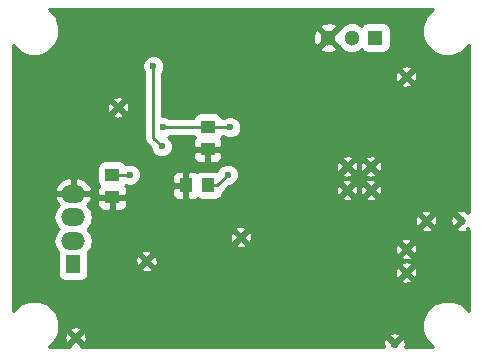
<source format=gbr>
G04 #@! TF.FileFunction,Copper,L2,Bot,Signal*
%FSLAX46Y46*%
G04 Gerber Fmt 4.6, Leading zero omitted, Abs format (unit mm)*
G04 Created by KiCad (PCBNEW 4.0.3-stable) date 12/05/16 18:01:04*
%MOMM*%
%LPD*%
G01*
G04 APERTURE LIST*
%ADD10C,0.100000*%
%ADD11C,0.600000*%
%ADD12R,1.140000X1.200000*%
%ADD13R,1.200000X1.140000*%
%ADD14R,1.300000X1.500000*%
%ADD15O,2.000000X1.500000*%
%ADD16R,1.300000X1.300000*%
%ADD17C,1.300000*%
%ADD18C,0.254000*%
G04 APERTURE END LIST*
D10*
D11*
X150000000Y-85000000D03*
X163000000Y-94000000D03*
X136000000Y-93500000D03*
X139600000Y-74000000D03*
X142000000Y-87000000D03*
X161000000Y-81000000D03*
X159000000Y-81000000D03*
X164000000Y-86000000D03*
X164000000Y-88000000D03*
X161000000Y-79000000D03*
X159000000Y-79000000D03*
X164000000Y-71400000D03*
X165700000Y-83600000D03*
X168700000Y-83600000D03*
D12*
X145350000Y-80600000D03*
X147250000Y-80600000D03*
D13*
X147200000Y-77550000D03*
X147200000Y-75650000D03*
X139100000Y-81600000D03*
X139100000Y-79700000D03*
D14*
X135800000Y-87300000D03*
D15*
X135800000Y-85300000D03*
X135800000Y-83300000D03*
X135800000Y-81300000D03*
D16*
X161400000Y-68100000D03*
D17*
X159400000Y-68100000D03*
X157400000Y-68100000D03*
D11*
X149000000Y-77300000D03*
X148400000Y-86300000D03*
X145000000Y-72300000D03*
X132400000Y-77800000D03*
X143700000Y-78800000D03*
X140600000Y-79700000D03*
X148900000Y-79700000D03*
X149100000Y-75700000D03*
X143400000Y-75700000D03*
X142600000Y-70500000D03*
X143300000Y-77300000D03*
D18*
X139100000Y-79700000D02*
X140600000Y-79700000D01*
X147250000Y-80600000D02*
X148000000Y-80600000D01*
X148000000Y-80600000D02*
X148900000Y-79700000D01*
X149100000Y-75700000D02*
X147250000Y-75700000D01*
X147250000Y-75700000D02*
X147200000Y-75650000D01*
X143400000Y-75700000D02*
X147150000Y-75700000D01*
X147150000Y-75700000D02*
X147200000Y-75650000D01*
X142600000Y-76600000D02*
X142600000Y-70500000D01*
X143300000Y-77300000D02*
X142600000Y-76600000D01*
G36*
X165691091Y-66289041D02*
X165365372Y-67073459D01*
X165364630Y-67922815D01*
X165688980Y-68707800D01*
X166289041Y-69308909D01*
X167073459Y-69634628D01*
X167922815Y-69635370D01*
X168707800Y-69311020D01*
X169290000Y-68729835D01*
X169290000Y-82845324D01*
X169282534Y-82837858D01*
X169164819Y-82955573D01*
X169152607Y-82760975D01*
X168797073Y-82651637D01*
X168426761Y-82686678D01*
X168247393Y-82760975D01*
X168235181Y-82955576D01*
X168700000Y-83420395D01*
X168714143Y-83406253D01*
X168893748Y-83585858D01*
X168879605Y-83600000D01*
X168893748Y-83614143D01*
X168714143Y-83793748D01*
X168700000Y-83779605D01*
X168235181Y-84244424D01*
X168247393Y-84439025D01*
X168602927Y-84548363D01*
X168973239Y-84513322D01*
X169152607Y-84439025D01*
X169164819Y-84244427D01*
X169282534Y-84362142D01*
X169290000Y-84354676D01*
X169290000Y-91271143D01*
X168710959Y-90691091D01*
X167926541Y-90365372D01*
X167077185Y-90364630D01*
X166292200Y-90688980D01*
X165691091Y-91289041D01*
X165365372Y-92073459D01*
X165364630Y-92922815D01*
X165688980Y-93707800D01*
X166270165Y-94290000D01*
X163889032Y-94290000D01*
X163948363Y-94097073D01*
X163913322Y-93726761D01*
X163839025Y-93547393D01*
X163644424Y-93535181D01*
X163179605Y-94000000D01*
X163193748Y-94014143D01*
X163014143Y-94193748D01*
X163000000Y-94179605D01*
X162985858Y-94193748D01*
X162806253Y-94014143D01*
X162820395Y-94000000D01*
X162355576Y-93535181D01*
X162160975Y-93547393D01*
X162051637Y-93902927D01*
X162086678Y-94273239D01*
X162093621Y-94290000D01*
X136455684Y-94290000D01*
X136464819Y-94144424D01*
X136000000Y-93679605D01*
X135535181Y-94144424D01*
X135544316Y-94290000D01*
X133728857Y-94290000D01*
X134308909Y-93710959D01*
X134436815Y-93402927D01*
X135051637Y-93402927D01*
X135086678Y-93773239D01*
X135160975Y-93952607D01*
X135355576Y-93964819D01*
X135820395Y-93500000D01*
X136179605Y-93500000D01*
X136644424Y-93964819D01*
X136839025Y-93952607D01*
X136948363Y-93597073D01*
X136925512Y-93355576D01*
X162535181Y-93355576D01*
X163000000Y-93820395D01*
X163464819Y-93355576D01*
X163452607Y-93160975D01*
X163097073Y-93051637D01*
X162726761Y-93086678D01*
X162547393Y-93160975D01*
X162535181Y-93355576D01*
X136925512Y-93355576D01*
X136913322Y-93226761D01*
X136839025Y-93047393D01*
X136644424Y-93035181D01*
X136179605Y-93500000D01*
X135820395Y-93500000D01*
X135355576Y-93035181D01*
X135160975Y-93047393D01*
X135051637Y-93402927D01*
X134436815Y-93402927D01*
X134634628Y-92926541D01*
X134634689Y-92855576D01*
X135535181Y-92855576D01*
X136000000Y-93320395D01*
X136464819Y-92855576D01*
X136452607Y-92660975D01*
X136097073Y-92551637D01*
X135726761Y-92586678D01*
X135547393Y-92660975D01*
X135535181Y-92855576D01*
X134634689Y-92855576D01*
X134635370Y-92077185D01*
X134311020Y-91292200D01*
X133710959Y-90691091D01*
X132926541Y-90365372D01*
X132077185Y-90364630D01*
X131292200Y-90688980D01*
X130710000Y-91270165D01*
X130710000Y-83300000D01*
X134132968Y-83300000D01*
X134238395Y-83830017D01*
X134538625Y-84279343D01*
X134569540Y-84300000D01*
X134538625Y-84320657D01*
X134238395Y-84769983D01*
X134132968Y-85300000D01*
X134238395Y-85830017D01*
X134538625Y-86279343D01*
X134557689Y-86292081D01*
X134553569Y-86298110D01*
X134502560Y-86550000D01*
X134502560Y-88050000D01*
X134546838Y-88285317D01*
X134685910Y-88501441D01*
X134898110Y-88646431D01*
X135150000Y-88697440D01*
X136450000Y-88697440D01*
X136685317Y-88653162D01*
X136698896Y-88644424D01*
X163535181Y-88644424D01*
X163547393Y-88839025D01*
X163902927Y-88948363D01*
X164273239Y-88913322D01*
X164452607Y-88839025D01*
X164464819Y-88644424D01*
X164000000Y-88179605D01*
X163535181Y-88644424D01*
X136698896Y-88644424D01*
X136901441Y-88514090D01*
X137046431Y-88301890D01*
X137097440Y-88050000D01*
X137097440Y-87644424D01*
X141535181Y-87644424D01*
X141547393Y-87839025D01*
X141902927Y-87948363D01*
X142273239Y-87913322D01*
X142298334Y-87902927D01*
X163051637Y-87902927D01*
X163086678Y-88273239D01*
X163160975Y-88452607D01*
X163355576Y-88464819D01*
X163820395Y-88000000D01*
X164179605Y-88000000D01*
X164644424Y-88464819D01*
X164839025Y-88452607D01*
X164948363Y-88097073D01*
X164913322Y-87726761D01*
X164839025Y-87547393D01*
X164644424Y-87535181D01*
X164179605Y-88000000D01*
X163820395Y-88000000D01*
X163355576Y-87535181D01*
X163160975Y-87547393D01*
X163051637Y-87902927D01*
X142298334Y-87902927D01*
X142452607Y-87839025D01*
X142464819Y-87644424D01*
X142000000Y-87179605D01*
X141535181Y-87644424D01*
X137097440Y-87644424D01*
X137097440Y-86902927D01*
X141051637Y-86902927D01*
X141086678Y-87273239D01*
X141160975Y-87452607D01*
X141355576Y-87464819D01*
X141820395Y-87000000D01*
X142179605Y-87000000D01*
X142644424Y-87464819D01*
X142839025Y-87452607D01*
X142868865Y-87355576D01*
X163535181Y-87355576D01*
X164000000Y-87820395D01*
X164464819Y-87355576D01*
X164452607Y-87160975D01*
X164097073Y-87051637D01*
X163726761Y-87086678D01*
X163547393Y-87160975D01*
X163535181Y-87355576D01*
X142868865Y-87355576D01*
X142948363Y-87097073D01*
X142913322Y-86726761D01*
X142879217Y-86644424D01*
X163535181Y-86644424D01*
X163547393Y-86839025D01*
X163902927Y-86948363D01*
X164273239Y-86913322D01*
X164452607Y-86839025D01*
X164464819Y-86644424D01*
X164000000Y-86179605D01*
X163535181Y-86644424D01*
X142879217Y-86644424D01*
X142839025Y-86547393D01*
X142644424Y-86535181D01*
X142179605Y-87000000D01*
X141820395Y-87000000D01*
X141355576Y-86535181D01*
X141160975Y-86547393D01*
X141051637Y-86902927D01*
X137097440Y-86902927D01*
X137097440Y-86550000D01*
X137060857Y-86355576D01*
X141535181Y-86355576D01*
X142000000Y-86820395D01*
X142464819Y-86355576D01*
X142452607Y-86160975D01*
X142097073Y-86051637D01*
X141726761Y-86086678D01*
X141547393Y-86160975D01*
X141535181Y-86355576D01*
X137060857Y-86355576D01*
X137053162Y-86314683D01*
X137039728Y-86293807D01*
X137061375Y-86279343D01*
X137361605Y-85830017D01*
X137398521Y-85644424D01*
X149535181Y-85644424D01*
X149547393Y-85839025D01*
X149902927Y-85948363D01*
X150273239Y-85913322D01*
X150298334Y-85902927D01*
X163051637Y-85902927D01*
X163086678Y-86273239D01*
X163160975Y-86452607D01*
X163355576Y-86464819D01*
X163820395Y-86000000D01*
X164179605Y-86000000D01*
X164644424Y-86464819D01*
X164839025Y-86452607D01*
X164948363Y-86097073D01*
X164913322Y-85726761D01*
X164839025Y-85547393D01*
X164644424Y-85535181D01*
X164179605Y-86000000D01*
X163820395Y-86000000D01*
X163355576Y-85535181D01*
X163160975Y-85547393D01*
X163051637Y-85902927D01*
X150298334Y-85902927D01*
X150452607Y-85839025D01*
X150464819Y-85644424D01*
X150000000Y-85179605D01*
X149535181Y-85644424D01*
X137398521Y-85644424D01*
X137467032Y-85300000D01*
X137388050Y-84902927D01*
X149051637Y-84902927D01*
X149086678Y-85273239D01*
X149160975Y-85452607D01*
X149355576Y-85464819D01*
X149820395Y-85000000D01*
X150179605Y-85000000D01*
X150644424Y-85464819D01*
X150839025Y-85452607D01*
X150868865Y-85355576D01*
X163535181Y-85355576D01*
X164000000Y-85820395D01*
X164464819Y-85355576D01*
X164452607Y-85160975D01*
X164097073Y-85051637D01*
X163726761Y-85086678D01*
X163547393Y-85160975D01*
X163535181Y-85355576D01*
X150868865Y-85355576D01*
X150948363Y-85097073D01*
X150913322Y-84726761D01*
X150839025Y-84547393D01*
X150644424Y-84535181D01*
X150179605Y-85000000D01*
X149820395Y-85000000D01*
X149355576Y-84535181D01*
X149160975Y-84547393D01*
X149051637Y-84902927D01*
X137388050Y-84902927D01*
X137361605Y-84769983D01*
X137084708Y-84355576D01*
X149535181Y-84355576D01*
X150000000Y-84820395D01*
X150464819Y-84355576D01*
X150457844Y-84244424D01*
X165235181Y-84244424D01*
X165247393Y-84439025D01*
X165602927Y-84548363D01*
X165973239Y-84513322D01*
X166152607Y-84439025D01*
X166164819Y-84244424D01*
X165700000Y-83779605D01*
X165235181Y-84244424D01*
X150457844Y-84244424D01*
X150452607Y-84160975D01*
X150097073Y-84051637D01*
X149726761Y-84086678D01*
X149547393Y-84160975D01*
X149535181Y-84355576D01*
X137084708Y-84355576D01*
X137061375Y-84320657D01*
X137030460Y-84300000D01*
X137061375Y-84279343D01*
X137361605Y-83830017D01*
X137426667Y-83502927D01*
X164751637Y-83502927D01*
X164786678Y-83873239D01*
X164860975Y-84052607D01*
X165055576Y-84064819D01*
X165520395Y-83600000D01*
X165879605Y-83600000D01*
X166344424Y-84064819D01*
X166539025Y-84052607D01*
X166648363Y-83697073D01*
X166629992Y-83502927D01*
X167751637Y-83502927D01*
X167786678Y-83873239D01*
X167860975Y-84052607D01*
X168055576Y-84064819D01*
X168520395Y-83600000D01*
X168055576Y-83135181D01*
X167860975Y-83147393D01*
X167751637Y-83502927D01*
X166629992Y-83502927D01*
X166613322Y-83326761D01*
X166539025Y-83147393D01*
X166344424Y-83135181D01*
X165879605Y-83600000D01*
X165520395Y-83600000D01*
X165055576Y-83135181D01*
X164860975Y-83147393D01*
X164751637Y-83502927D01*
X137426667Y-83502927D01*
X137467032Y-83300000D01*
X137398522Y-82955576D01*
X165235181Y-82955576D01*
X165700000Y-83420395D01*
X166164819Y-82955576D01*
X166152607Y-82760975D01*
X165797073Y-82651637D01*
X165426761Y-82686678D01*
X165247393Y-82760975D01*
X165235181Y-82955576D01*
X137398522Y-82955576D01*
X137361605Y-82769983D01*
X137061375Y-82320657D01*
X137011546Y-82287362D01*
X137102736Y-82216894D01*
X137292419Y-81885750D01*
X137865000Y-81885750D01*
X137865000Y-82296309D01*
X137961673Y-82529698D01*
X138140301Y-82708327D01*
X138373690Y-82805000D01*
X138814250Y-82805000D01*
X138973000Y-82646250D01*
X138973000Y-81727000D01*
X139227000Y-81727000D01*
X139227000Y-82646250D01*
X139385750Y-82805000D01*
X139826310Y-82805000D01*
X140059699Y-82708327D01*
X140238327Y-82529698D01*
X140335000Y-82296309D01*
X140335000Y-81885750D01*
X140176250Y-81727000D01*
X139227000Y-81727000D01*
X138973000Y-81727000D01*
X138023750Y-81727000D01*
X137865000Y-81885750D01*
X137292419Y-81885750D01*
X137373481Y-81744235D01*
X137392318Y-81641185D01*
X137269656Y-81427000D01*
X135927000Y-81427000D01*
X135927000Y-81447000D01*
X135673000Y-81447000D01*
X135673000Y-81427000D01*
X134330344Y-81427000D01*
X134207682Y-81641185D01*
X134226519Y-81744235D01*
X134497264Y-82216894D01*
X134588454Y-82287362D01*
X134538625Y-82320657D01*
X134238395Y-82769983D01*
X134132968Y-83300000D01*
X130710000Y-83300000D01*
X130710000Y-80958815D01*
X134207682Y-80958815D01*
X134330344Y-81173000D01*
X135673000Y-81173000D01*
X135673000Y-80068132D01*
X135927000Y-80068132D01*
X135927000Y-81173000D01*
X137269656Y-81173000D01*
X137392318Y-80958815D01*
X137373481Y-80855765D01*
X137102736Y-80383106D01*
X136671721Y-80050036D01*
X136146055Y-79907261D01*
X135927000Y-80068132D01*
X135673000Y-80068132D01*
X135453945Y-79907261D01*
X134928279Y-80050036D01*
X134497264Y-80383106D01*
X134226519Y-80855765D01*
X134207682Y-80958815D01*
X130710000Y-80958815D01*
X130710000Y-79130000D01*
X137852560Y-79130000D01*
X137852560Y-80270000D01*
X137896838Y-80505317D01*
X137986821Y-80645154D01*
X137961673Y-80670302D01*
X137865000Y-80903691D01*
X137865000Y-81314250D01*
X138023750Y-81473000D01*
X138973000Y-81473000D01*
X138973000Y-81453000D01*
X139227000Y-81453000D01*
X139227000Y-81473000D01*
X140176250Y-81473000D01*
X140335000Y-81314250D01*
X140335000Y-80903691D01*
X140327569Y-80885750D01*
X144145000Y-80885750D01*
X144145000Y-81326310D01*
X144241673Y-81559699D01*
X144420302Y-81738327D01*
X144653691Y-81835000D01*
X145064250Y-81835000D01*
X145223000Y-81676250D01*
X145223000Y-80727000D01*
X144303750Y-80727000D01*
X144145000Y-80885750D01*
X140327569Y-80885750D01*
X140238327Y-80670302D01*
X140212602Y-80644577D01*
X140262121Y-80572104D01*
X140413201Y-80634838D01*
X140785167Y-80635162D01*
X141128943Y-80493117D01*
X141392192Y-80230327D01*
X141534838Y-79886799D01*
X141534849Y-79873690D01*
X144145000Y-79873690D01*
X144145000Y-80314250D01*
X144303750Y-80473000D01*
X145223000Y-80473000D01*
X145223000Y-79523750D01*
X145477000Y-79523750D01*
X145477000Y-80473000D01*
X145497000Y-80473000D01*
X145497000Y-80727000D01*
X145477000Y-80727000D01*
X145477000Y-81676250D01*
X145635750Y-81835000D01*
X146046309Y-81835000D01*
X146279698Y-81738327D01*
X146305423Y-81712602D01*
X146428110Y-81796431D01*
X146680000Y-81847440D01*
X147820000Y-81847440D01*
X148055317Y-81803162D01*
X148271441Y-81664090D01*
X148284878Y-81644424D01*
X158535181Y-81644424D01*
X158547393Y-81839025D01*
X158902927Y-81948363D01*
X159273239Y-81913322D01*
X159452607Y-81839025D01*
X159464819Y-81644424D01*
X160535181Y-81644424D01*
X160547393Y-81839025D01*
X160902927Y-81948363D01*
X161273239Y-81913322D01*
X161452607Y-81839025D01*
X161464819Y-81644424D01*
X161000000Y-81179605D01*
X160535181Y-81644424D01*
X159464819Y-81644424D01*
X159000000Y-81179605D01*
X158535181Y-81644424D01*
X148284878Y-81644424D01*
X148416431Y-81451890D01*
X148467440Y-81200000D01*
X148467440Y-81186506D01*
X148538815Y-81138815D01*
X148774703Y-80902927D01*
X158051637Y-80902927D01*
X158086678Y-81273239D01*
X158160975Y-81452607D01*
X158355576Y-81464819D01*
X158820395Y-81000000D01*
X159179605Y-81000000D01*
X159644424Y-81464819D01*
X159839025Y-81452607D01*
X159948363Y-81097073D01*
X159929992Y-80902927D01*
X160051637Y-80902927D01*
X160086678Y-81273239D01*
X160160975Y-81452607D01*
X160355576Y-81464819D01*
X160820395Y-81000000D01*
X161179605Y-81000000D01*
X161644424Y-81464819D01*
X161839025Y-81452607D01*
X161948363Y-81097073D01*
X161913322Y-80726761D01*
X161839025Y-80547393D01*
X161644424Y-80535181D01*
X161179605Y-81000000D01*
X160820395Y-81000000D01*
X160355576Y-80535181D01*
X160160975Y-80547393D01*
X160051637Y-80902927D01*
X159929992Y-80902927D01*
X159913322Y-80726761D01*
X159839025Y-80547393D01*
X159644424Y-80535181D01*
X159179605Y-81000000D01*
X158820395Y-81000000D01*
X158355576Y-80535181D01*
X158160975Y-80547393D01*
X158051637Y-80902927D01*
X148774703Y-80902927D01*
X149042506Y-80635125D01*
X149085167Y-80635162D01*
X149428943Y-80493117D01*
X149566724Y-80355576D01*
X158535181Y-80355576D01*
X159000000Y-80820395D01*
X159464819Y-80355576D01*
X160535181Y-80355576D01*
X161000000Y-80820395D01*
X161464819Y-80355576D01*
X161452607Y-80160975D01*
X161097073Y-80051637D01*
X160726761Y-80086678D01*
X160547393Y-80160975D01*
X160535181Y-80355576D01*
X159464819Y-80355576D01*
X159452607Y-80160975D01*
X159097073Y-80051637D01*
X158726761Y-80086678D01*
X158547393Y-80160975D01*
X158535181Y-80355576D01*
X149566724Y-80355576D01*
X149692192Y-80230327D01*
X149834838Y-79886799D01*
X149835049Y-79644424D01*
X158535181Y-79644424D01*
X158547393Y-79839025D01*
X158902927Y-79948363D01*
X159273239Y-79913322D01*
X159452607Y-79839025D01*
X159464819Y-79644424D01*
X160535181Y-79644424D01*
X160547393Y-79839025D01*
X160902927Y-79948363D01*
X161273239Y-79913322D01*
X161452607Y-79839025D01*
X161464819Y-79644424D01*
X161000000Y-79179605D01*
X160535181Y-79644424D01*
X159464819Y-79644424D01*
X159000000Y-79179605D01*
X158535181Y-79644424D01*
X149835049Y-79644424D01*
X149835162Y-79514833D01*
X149693117Y-79171057D01*
X149430327Y-78907808D01*
X149418573Y-78902927D01*
X158051637Y-78902927D01*
X158086678Y-79273239D01*
X158160975Y-79452607D01*
X158355576Y-79464819D01*
X158820395Y-79000000D01*
X159179605Y-79000000D01*
X159644424Y-79464819D01*
X159839025Y-79452607D01*
X159948363Y-79097073D01*
X159929992Y-78902927D01*
X160051637Y-78902927D01*
X160086678Y-79273239D01*
X160160975Y-79452607D01*
X160355576Y-79464819D01*
X160820395Y-79000000D01*
X161179605Y-79000000D01*
X161644424Y-79464819D01*
X161839025Y-79452607D01*
X161948363Y-79097073D01*
X161913322Y-78726761D01*
X161839025Y-78547393D01*
X161644424Y-78535181D01*
X161179605Y-79000000D01*
X160820395Y-79000000D01*
X160355576Y-78535181D01*
X160160975Y-78547393D01*
X160051637Y-78902927D01*
X159929992Y-78902927D01*
X159913322Y-78726761D01*
X159839025Y-78547393D01*
X159644424Y-78535181D01*
X159179605Y-79000000D01*
X158820395Y-79000000D01*
X158355576Y-78535181D01*
X158160975Y-78547393D01*
X158051637Y-78902927D01*
X149418573Y-78902927D01*
X149086799Y-78765162D01*
X148714833Y-78764838D01*
X148371057Y-78906883D01*
X148107808Y-79169673D01*
X148015433Y-79392136D01*
X147820000Y-79352560D01*
X146680000Y-79352560D01*
X146444683Y-79396838D01*
X146304846Y-79486821D01*
X146279698Y-79461673D01*
X146046309Y-79365000D01*
X145635750Y-79365000D01*
X145477000Y-79523750D01*
X145223000Y-79523750D01*
X145064250Y-79365000D01*
X144653691Y-79365000D01*
X144420302Y-79461673D01*
X144241673Y-79640301D01*
X144145000Y-79873690D01*
X141534849Y-79873690D01*
X141535162Y-79514833D01*
X141393117Y-79171057D01*
X141130327Y-78907808D01*
X140786799Y-78765162D01*
X140414833Y-78764838D01*
X140260613Y-78828560D01*
X140164090Y-78678559D01*
X139951890Y-78533569D01*
X139700000Y-78482560D01*
X138500000Y-78482560D01*
X138264683Y-78526838D01*
X138048559Y-78665910D01*
X137903569Y-78878110D01*
X137852560Y-79130000D01*
X130710000Y-79130000D01*
X130710000Y-74644424D01*
X139135181Y-74644424D01*
X139147393Y-74839025D01*
X139502927Y-74948363D01*
X139873239Y-74913322D01*
X140052607Y-74839025D01*
X140064819Y-74644424D01*
X139600000Y-74179605D01*
X139135181Y-74644424D01*
X130710000Y-74644424D01*
X130710000Y-73902927D01*
X138651637Y-73902927D01*
X138686678Y-74273239D01*
X138760975Y-74452607D01*
X138955576Y-74464819D01*
X139420395Y-74000000D01*
X139779605Y-74000000D01*
X140244424Y-74464819D01*
X140439025Y-74452607D01*
X140548363Y-74097073D01*
X140513322Y-73726761D01*
X140439025Y-73547393D01*
X140244424Y-73535181D01*
X139779605Y-74000000D01*
X139420395Y-74000000D01*
X138955576Y-73535181D01*
X138760975Y-73547393D01*
X138651637Y-73902927D01*
X130710000Y-73902927D01*
X130710000Y-73355576D01*
X139135181Y-73355576D01*
X139600000Y-73820395D01*
X140064819Y-73355576D01*
X140052607Y-73160975D01*
X139697073Y-73051637D01*
X139326761Y-73086678D01*
X139147393Y-73160975D01*
X139135181Y-73355576D01*
X130710000Y-73355576D01*
X130710000Y-70685167D01*
X141664838Y-70685167D01*
X141806883Y-71028943D01*
X141838000Y-71060114D01*
X141838000Y-76600000D01*
X141896004Y-76891605D01*
X141974041Y-77008395D01*
X142061185Y-77138815D01*
X142364875Y-77442506D01*
X142364838Y-77485167D01*
X142506883Y-77828943D01*
X142769673Y-78092192D01*
X143113201Y-78234838D01*
X143485167Y-78235162D01*
X143828943Y-78093117D01*
X144086759Y-77835750D01*
X145965000Y-77835750D01*
X145965000Y-78246309D01*
X146061673Y-78479698D01*
X146240301Y-78658327D01*
X146473690Y-78755000D01*
X146914250Y-78755000D01*
X147073000Y-78596250D01*
X147073000Y-77677000D01*
X147327000Y-77677000D01*
X147327000Y-78596250D01*
X147485750Y-78755000D01*
X147926310Y-78755000D01*
X148159699Y-78658327D01*
X148338327Y-78479698D01*
X148389740Y-78355576D01*
X158535181Y-78355576D01*
X159000000Y-78820395D01*
X159464819Y-78355576D01*
X160535181Y-78355576D01*
X161000000Y-78820395D01*
X161464819Y-78355576D01*
X161452607Y-78160975D01*
X161097073Y-78051637D01*
X160726761Y-78086678D01*
X160547393Y-78160975D01*
X160535181Y-78355576D01*
X159464819Y-78355576D01*
X159452607Y-78160975D01*
X159097073Y-78051637D01*
X158726761Y-78086678D01*
X158547393Y-78160975D01*
X158535181Y-78355576D01*
X148389740Y-78355576D01*
X148435000Y-78246309D01*
X148435000Y-77835750D01*
X148276250Y-77677000D01*
X147327000Y-77677000D01*
X147073000Y-77677000D01*
X146123750Y-77677000D01*
X145965000Y-77835750D01*
X144086759Y-77835750D01*
X144092192Y-77830327D01*
X144234838Y-77486799D01*
X144235162Y-77114833D01*
X144093117Y-76771057D01*
X143848742Y-76526255D01*
X143928943Y-76493117D01*
X143960114Y-76462000D01*
X146001138Y-76462000D01*
X146086821Y-76595154D01*
X146061673Y-76620302D01*
X145965000Y-76853691D01*
X145965000Y-77264250D01*
X146123750Y-77423000D01*
X147073000Y-77423000D01*
X147073000Y-77403000D01*
X147327000Y-77403000D01*
X147327000Y-77423000D01*
X148276250Y-77423000D01*
X148435000Y-77264250D01*
X148435000Y-76853691D01*
X148338327Y-76620302D01*
X148312602Y-76594577D01*
X148396431Y-76471890D01*
X148398434Y-76462000D01*
X148539534Y-76462000D01*
X148569673Y-76492192D01*
X148913201Y-76634838D01*
X149285167Y-76635162D01*
X149628943Y-76493117D01*
X149892192Y-76230327D01*
X150034838Y-75886799D01*
X150035162Y-75514833D01*
X149893117Y-75171057D01*
X149630327Y-74907808D01*
X149286799Y-74765162D01*
X148914833Y-74764838D01*
X148571057Y-74906883D01*
X148539886Y-74938000D01*
X148420721Y-74938000D01*
X148403162Y-74844683D01*
X148264090Y-74628559D01*
X148051890Y-74483569D01*
X147800000Y-74432560D01*
X146600000Y-74432560D01*
X146364683Y-74476838D01*
X146148559Y-74615910D01*
X146003569Y-74828110D01*
X145981316Y-74938000D01*
X143960466Y-74938000D01*
X143930327Y-74907808D01*
X143586799Y-74765162D01*
X143362000Y-74764966D01*
X143362000Y-72044424D01*
X163535181Y-72044424D01*
X163547393Y-72239025D01*
X163902927Y-72348363D01*
X164273239Y-72313322D01*
X164452607Y-72239025D01*
X164464819Y-72044424D01*
X164000000Y-71579605D01*
X163535181Y-72044424D01*
X143362000Y-72044424D01*
X143362000Y-71302927D01*
X163051637Y-71302927D01*
X163086678Y-71673239D01*
X163160975Y-71852607D01*
X163355576Y-71864819D01*
X163820395Y-71400000D01*
X164179605Y-71400000D01*
X164644424Y-71864819D01*
X164839025Y-71852607D01*
X164948363Y-71497073D01*
X164913322Y-71126761D01*
X164839025Y-70947393D01*
X164644424Y-70935181D01*
X164179605Y-71400000D01*
X163820395Y-71400000D01*
X163355576Y-70935181D01*
X163160975Y-70947393D01*
X163051637Y-71302927D01*
X143362000Y-71302927D01*
X143362000Y-71060466D01*
X143392192Y-71030327D01*
X143506279Y-70755576D01*
X163535181Y-70755576D01*
X164000000Y-71220395D01*
X164464819Y-70755576D01*
X164452607Y-70560975D01*
X164097073Y-70451637D01*
X163726761Y-70486678D01*
X163547393Y-70560975D01*
X163535181Y-70755576D01*
X143506279Y-70755576D01*
X143534838Y-70686799D01*
X143535162Y-70314833D01*
X143393117Y-69971057D01*
X143130327Y-69707808D01*
X142786799Y-69565162D01*
X142414833Y-69564838D01*
X142071057Y-69706883D01*
X141807808Y-69969673D01*
X141665162Y-70313201D01*
X141664838Y-70685167D01*
X130710000Y-70685167D01*
X130710000Y-68728857D01*
X131289041Y-69308909D01*
X132073459Y-69634628D01*
X132922815Y-69635370D01*
X133707800Y-69311020D01*
X134020348Y-68999016D01*
X156680590Y-68999016D01*
X156736271Y-69229611D01*
X157219078Y-69397622D01*
X157729428Y-69368083D01*
X158063729Y-69229611D01*
X158119410Y-68999016D01*
X157400000Y-68279605D01*
X156680590Y-68999016D01*
X134020348Y-68999016D01*
X134308909Y-68710959D01*
X134634628Y-67926541D01*
X134634634Y-67919078D01*
X156102378Y-67919078D01*
X156131917Y-68429428D01*
X156270389Y-68763729D01*
X156500984Y-68819410D01*
X157220395Y-68100000D01*
X157579605Y-68100000D01*
X158299016Y-68819410D01*
X158306169Y-68817683D01*
X158309995Y-68826943D01*
X158671155Y-69188735D01*
X159143276Y-69384777D01*
X159654481Y-69385223D01*
X160126943Y-69190005D01*
X160219254Y-69097855D01*
X160285910Y-69201441D01*
X160498110Y-69346431D01*
X160750000Y-69397440D01*
X162050000Y-69397440D01*
X162285317Y-69353162D01*
X162501441Y-69214090D01*
X162646431Y-69001890D01*
X162697440Y-68750000D01*
X162697440Y-67450000D01*
X162653162Y-67214683D01*
X162514090Y-66998559D01*
X162301890Y-66853569D01*
X162050000Y-66802560D01*
X160750000Y-66802560D01*
X160514683Y-66846838D01*
X160298559Y-66985910D01*
X160219313Y-67101891D01*
X160128845Y-67011265D01*
X159656724Y-66815223D01*
X159145519Y-66814777D01*
X158673057Y-67009995D01*
X158311265Y-67371155D01*
X158306588Y-67382418D01*
X158299016Y-67380590D01*
X157579605Y-68100000D01*
X157220395Y-68100000D01*
X156500984Y-67380590D01*
X156270389Y-67436271D01*
X156102378Y-67919078D01*
X134634634Y-67919078D01*
X134635261Y-67200984D01*
X156680590Y-67200984D01*
X157400000Y-67920395D01*
X158119410Y-67200984D01*
X158063729Y-66970389D01*
X157580922Y-66802378D01*
X157070572Y-66831917D01*
X156736271Y-66970389D01*
X156680590Y-67200984D01*
X134635261Y-67200984D01*
X134635370Y-67077185D01*
X134311020Y-66292200D01*
X133729835Y-65710000D01*
X166271143Y-65710000D01*
X165691091Y-66289041D01*
X165691091Y-66289041D01*
G37*
X165691091Y-66289041D02*
X165365372Y-67073459D01*
X165364630Y-67922815D01*
X165688980Y-68707800D01*
X166289041Y-69308909D01*
X167073459Y-69634628D01*
X167922815Y-69635370D01*
X168707800Y-69311020D01*
X169290000Y-68729835D01*
X169290000Y-82845324D01*
X169282534Y-82837858D01*
X169164819Y-82955573D01*
X169152607Y-82760975D01*
X168797073Y-82651637D01*
X168426761Y-82686678D01*
X168247393Y-82760975D01*
X168235181Y-82955576D01*
X168700000Y-83420395D01*
X168714143Y-83406253D01*
X168893748Y-83585858D01*
X168879605Y-83600000D01*
X168893748Y-83614143D01*
X168714143Y-83793748D01*
X168700000Y-83779605D01*
X168235181Y-84244424D01*
X168247393Y-84439025D01*
X168602927Y-84548363D01*
X168973239Y-84513322D01*
X169152607Y-84439025D01*
X169164819Y-84244427D01*
X169282534Y-84362142D01*
X169290000Y-84354676D01*
X169290000Y-91271143D01*
X168710959Y-90691091D01*
X167926541Y-90365372D01*
X167077185Y-90364630D01*
X166292200Y-90688980D01*
X165691091Y-91289041D01*
X165365372Y-92073459D01*
X165364630Y-92922815D01*
X165688980Y-93707800D01*
X166270165Y-94290000D01*
X163889032Y-94290000D01*
X163948363Y-94097073D01*
X163913322Y-93726761D01*
X163839025Y-93547393D01*
X163644424Y-93535181D01*
X163179605Y-94000000D01*
X163193748Y-94014143D01*
X163014143Y-94193748D01*
X163000000Y-94179605D01*
X162985858Y-94193748D01*
X162806253Y-94014143D01*
X162820395Y-94000000D01*
X162355576Y-93535181D01*
X162160975Y-93547393D01*
X162051637Y-93902927D01*
X162086678Y-94273239D01*
X162093621Y-94290000D01*
X136455684Y-94290000D01*
X136464819Y-94144424D01*
X136000000Y-93679605D01*
X135535181Y-94144424D01*
X135544316Y-94290000D01*
X133728857Y-94290000D01*
X134308909Y-93710959D01*
X134436815Y-93402927D01*
X135051637Y-93402927D01*
X135086678Y-93773239D01*
X135160975Y-93952607D01*
X135355576Y-93964819D01*
X135820395Y-93500000D01*
X136179605Y-93500000D01*
X136644424Y-93964819D01*
X136839025Y-93952607D01*
X136948363Y-93597073D01*
X136925512Y-93355576D01*
X162535181Y-93355576D01*
X163000000Y-93820395D01*
X163464819Y-93355576D01*
X163452607Y-93160975D01*
X163097073Y-93051637D01*
X162726761Y-93086678D01*
X162547393Y-93160975D01*
X162535181Y-93355576D01*
X136925512Y-93355576D01*
X136913322Y-93226761D01*
X136839025Y-93047393D01*
X136644424Y-93035181D01*
X136179605Y-93500000D01*
X135820395Y-93500000D01*
X135355576Y-93035181D01*
X135160975Y-93047393D01*
X135051637Y-93402927D01*
X134436815Y-93402927D01*
X134634628Y-92926541D01*
X134634689Y-92855576D01*
X135535181Y-92855576D01*
X136000000Y-93320395D01*
X136464819Y-92855576D01*
X136452607Y-92660975D01*
X136097073Y-92551637D01*
X135726761Y-92586678D01*
X135547393Y-92660975D01*
X135535181Y-92855576D01*
X134634689Y-92855576D01*
X134635370Y-92077185D01*
X134311020Y-91292200D01*
X133710959Y-90691091D01*
X132926541Y-90365372D01*
X132077185Y-90364630D01*
X131292200Y-90688980D01*
X130710000Y-91270165D01*
X130710000Y-83300000D01*
X134132968Y-83300000D01*
X134238395Y-83830017D01*
X134538625Y-84279343D01*
X134569540Y-84300000D01*
X134538625Y-84320657D01*
X134238395Y-84769983D01*
X134132968Y-85300000D01*
X134238395Y-85830017D01*
X134538625Y-86279343D01*
X134557689Y-86292081D01*
X134553569Y-86298110D01*
X134502560Y-86550000D01*
X134502560Y-88050000D01*
X134546838Y-88285317D01*
X134685910Y-88501441D01*
X134898110Y-88646431D01*
X135150000Y-88697440D01*
X136450000Y-88697440D01*
X136685317Y-88653162D01*
X136698896Y-88644424D01*
X163535181Y-88644424D01*
X163547393Y-88839025D01*
X163902927Y-88948363D01*
X164273239Y-88913322D01*
X164452607Y-88839025D01*
X164464819Y-88644424D01*
X164000000Y-88179605D01*
X163535181Y-88644424D01*
X136698896Y-88644424D01*
X136901441Y-88514090D01*
X137046431Y-88301890D01*
X137097440Y-88050000D01*
X137097440Y-87644424D01*
X141535181Y-87644424D01*
X141547393Y-87839025D01*
X141902927Y-87948363D01*
X142273239Y-87913322D01*
X142298334Y-87902927D01*
X163051637Y-87902927D01*
X163086678Y-88273239D01*
X163160975Y-88452607D01*
X163355576Y-88464819D01*
X163820395Y-88000000D01*
X164179605Y-88000000D01*
X164644424Y-88464819D01*
X164839025Y-88452607D01*
X164948363Y-88097073D01*
X164913322Y-87726761D01*
X164839025Y-87547393D01*
X164644424Y-87535181D01*
X164179605Y-88000000D01*
X163820395Y-88000000D01*
X163355576Y-87535181D01*
X163160975Y-87547393D01*
X163051637Y-87902927D01*
X142298334Y-87902927D01*
X142452607Y-87839025D01*
X142464819Y-87644424D01*
X142000000Y-87179605D01*
X141535181Y-87644424D01*
X137097440Y-87644424D01*
X137097440Y-86902927D01*
X141051637Y-86902927D01*
X141086678Y-87273239D01*
X141160975Y-87452607D01*
X141355576Y-87464819D01*
X141820395Y-87000000D01*
X142179605Y-87000000D01*
X142644424Y-87464819D01*
X142839025Y-87452607D01*
X142868865Y-87355576D01*
X163535181Y-87355576D01*
X164000000Y-87820395D01*
X164464819Y-87355576D01*
X164452607Y-87160975D01*
X164097073Y-87051637D01*
X163726761Y-87086678D01*
X163547393Y-87160975D01*
X163535181Y-87355576D01*
X142868865Y-87355576D01*
X142948363Y-87097073D01*
X142913322Y-86726761D01*
X142879217Y-86644424D01*
X163535181Y-86644424D01*
X163547393Y-86839025D01*
X163902927Y-86948363D01*
X164273239Y-86913322D01*
X164452607Y-86839025D01*
X164464819Y-86644424D01*
X164000000Y-86179605D01*
X163535181Y-86644424D01*
X142879217Y-86644424D01*
X142839025Y-86547393D01*
X142644424Y-86535181D01*
X142179605Y-87000000D01*
X141820395Y-87000000D01*
X141355576Y-86535181D01*
X141160975Y-86547393D01*
X141051637Y-86902927D01*
X137097440Y-86902927D01*
X137097440Y-86550000D01*
X137060857Y-86355576D01*
X141535181Y-86355576D01*
X142000000Y-86820395D01*
X142464819Y-86355576D01*
X142452607Y-86160975D01*
X142097073Y-86051637D01*
X141726761Y-86086678D01*
X141547393Y-86160975D01*
X141535181Y-86355576D01*
X137060857Y-86355576D01*
X137053162Y-86314683D01*
X137039728Y-86293807D01*
X137061375Y-86279343D01*
X137361605Y-85830017D01*
X137398521Y-85644424D01*
X149535181Y-85644424D01*
X149547393Y-85839025D01*
X149902927Y-85948363D01*
X150273239Y-85913322D01*
X150298334Y-85902927D01*
X163051637Y-85902927D01*
X163086678Y-86273239D01*
X163160975Y-86452607D01*
X163355576Y-86464819D01*
X163820395Y-86000000D01*
X164179605Y-86000000D01*
X164644424Y-86464819D01*
X164839025Y-86452607D01*
X164948363Y-86097073D01*
X164913322Y-85726761D01*
X164839025Y-85547393D01*
X164644424Y-85535181D01*
X164179605Y-86000000D01*
X163820395Y-86000000D01*
X163355576Y-85535181D01*
X163160975Y-85547393D01*
X163051637Y-85902927D01*
X150298334Y-85902927D01*
X150452607Y-85839025D01*
X150464819Y-85644424D01*
X150000000Y-85179605D01*
X149535181Y-85644424D01*
X137398521Y-85644424D01*
X137467032Y-85300000D01*
X137388050Y-84902927D01*
X149051637Y-84902927D01*
X149086678Y-85273239D01*
X149160975Y-85452607D01*
X149355576Y-85464819D01*
X149820395Y-85000000D01*
X150179605Y-85000000D01*
X150644424Y-85464819D01*
X150839025Y-85452607D01*
X150868865Y-85355576D01*
X163535181Y-85355576D01*
X164000000Y-85820395D01*
X164464819Y-85355576D01*
X164452607Y-85160975D01*
X164097073Y-85051637D01*
X163726761Y-85086678D01*
X163547393Y-85160975D01*
X163535181Y-85355576D01*
X150868865Y-85355576D01*
X150948363Y-85097073D01*
X150913322Y-84726761D01*
X150839025Y-84547393D01*
X150644424Y-84535181D01*
X150179605Y-85000000D01*
X149820395Y-85000000D01*
X149355576Y-84535181D01*
X149160975Y-84547393D01*
X149051637Y-84902927D01*
X137388050Y-84902927D01*
X137361605Y-84769983D01*
X137084708Y-84355576D01*
X149535181Y-84355576D01*
X150000000Y-84820395D01*
X150464819Y-84355576D01*
X150457844Y-84244424D01*
X165235181Y-84244424D01*
X165247393Y-84439025D01*
X165602927Y-84548363D01*
X165973239Y-84513322D01*
X166152607Y-84439025D01*
X166164819Y-84244424D01*
X165700000Y-83779605D01*
X165235181Y-84244424D01*
X150457844Y-84244424D01*
X150452607Y-84160975D01*
X150097073Y-84051637D01*
X149726761Y-84086678D01*
X149547393Y-84160975D01*
X149535181Y-84355576D01*
X137084708Y-84355576D01*
X137061375Y-84320657D01*
X137030460Y-84300000D01*
X137061375Y-84279343D01*
X137361605Y-83830017D01*
X137426667Y-83502927D01*
X164751637Y-83502927D01*
X164786678Y-83873239D01*
X164860975Y-84052607D01*
X165055576Y-84064819D01*
X165520395Y-83600000D01*
X165879605Y-83600000D01*
X166344424Y-84064819D01*
X166539025Y-84052607D01*
X166648363Y-83697073D01*
X166629992Y-83502927D01*
X167751637Y-83502927D01*
X167786678Y-83873239D01*
X167860975Y-84052607D01*
X168055576Y-84064819D01*
X168520395Y-83600000D01*
X168055576Y-83135181D01*
X167860975Y-83147393D01*
X167751637Y-83502927D01*
X166629992Y-83502927D01*
X166613322Y-83326761D01*
X166539025Y-83147393D01*
X166344424Y-83135181D01*
X165879605Y-83600000D01*
X165520395Y-83600000D01*
X165055576Y-83135181D01*
X164860975Y-83147393D01*
X164751637Y-83502927D01*
X137426667Y-83502927D01*
X137467032Y-83300000D01*
X137398522Y-82955576D01*
X165235181Y-82955576D01*
X165700000Y-83420395D01*
X166164819Y-82955576D01*
X166152607Y-82760975D01*
X165797073Y-82651637D01*
X165426761Y-82686678D01*
X165247393Y-82760975D01*
X165235181Y-82955576D01*
X137398522Y-82955576D01*
X137361605Y-82769983D01*
X137061375Y-82320657D01*
X137011546Y-82287362D01*
X137102736Y-82216894D01*
X137292419Y-81885750D01*
X137865000Y-81885750D01*
X137865000Y-82296309D01*
X137961673Y-82529698D01*
X138140301Y-82708327D01*
X138373690Y-82805000D01*
X138814250Y-82805000D01*
X138973000Y-82646250D01*
X138973000Y-81727000D01*
X139227000Y-81727000D01*
X139227000Y-82646250D01*
X139385750Y-82805000D01*
X139826310Y-82805000D01*
X140059699Y-82708327D01*
X140238327Y-82529698D01*
X140335000Y-82296309D01*
X140335000Y-81885750D01*
X140176250Y-81727000D01*
X139227000Y-81727000D01*
X138973000Y-81727000D01*
X138023750Y-81727000D01*
X137865000Y-81885750D01*
X137292419Y-81885750D01*
X137373481Y-81744235D01*
X137392318Y-81641185D01*
X137269656Y-81427000D01*
X135927000Y-81427000D01*
X135927000Y-81447000D01*
X135673000Y-81447000D01*
X135673000Y-81427000D01*
X134330344Y-81427000D01*
X134207682Y-81641185D01*
X134226519Y-81744235D01*
X134497264Y-82216894D01*
X134588454Y-82287362D01*
X134538625Y-82320657D01*
X134238395Y-82769983D01*
X134132968Y-83300000D01*
X130710000Y-83300000D01*
X130710000Y-80958815D01*
X134207682Y-80958815D01*
X134330344Y-81173000D01*
X135673000Y-81173000D01*
X135673000Y-80068132D01*
X135927000Y-80068132D01*
X135927000Y-81173000D01*
X137269656Y-81173000D01*
X137392318Y-80958815D01*
X137373481Y-80855765D01*
X137102736Y-80383106D01*
X136671721Y-80050036D01*
X136146055Y-79907261D01*
X135927000Y-80068132D01*
X135673000Y-80068132D01*
X135453945Y-79907261D01*
X134928279Y-80050036D01*
X134497264Y-80383106D01*
X134226519Y-80855765D01*
X134207682Y-80958815D01*
X130710000Y-80958815D01*
X130710000Y-79130000D01*
X137852560Y-79130000D01*
X137852560Y-80270000D01*
X137896838Y-80505317D01*
X137986821Y-80645154D01*
X137961673Y-80670302D01*
X137865000Y-80903691D01*
X137865000Y-81314250D01*
X138023750Y-81473000D01*
X138973000Y-81473000D01*
X138973000Y-81453000D01*
X139227000Y-81453000D01*
X139227000Y-81473000D01*
X140176250Y-81473000D01*
X140335000Y-81314250D01*
X140335000Y-80903691D01*
X140327569Y-80885750D01*
X144145000Y-80885750D01*
X144145000Y-81326310D01*
X144241673Y-81559699D01*
X144420302Y-81738327D01*
X144653691Y-81835000D01*
X145064250Y-81835000D01*
X145223000Y-81676250D01*
X145223000Y-80727000D01*
X144303750Y-80727000D01*
X144145000Y-80885750D01*
X140327569Y-80885750D01*
X140238327Y-80670302D01*
X140212602Y-80644577D01*
X140262121Y-80572104D01*
X140413201Y-80634838D01*
X140785167Y-80635162D01*
X141128943Y-80493117D01*
X141392192Y-80230327D01*
X141534838Y-79886799D01*
X141534849Y-79873690D01*
X144145000Y-79873690D01*
X144145000Y-80314250D01*
X144303750Y-80473000D01*
X145223000Y-80473000D01*
X145223000Y-79523750D01*
X145477000Y-79523750D01*
X145477000Y-80473000D01*
X145497000Y-80473000D01*
X145497000Y-80727000D01*
X145477000Y-80727000D01*
X145477000Y-81676250D01*
X145635750Y-81835000D01*
X146046309Y-81835000D01*
X146279698Y-81738327D01*
X146305423Y-81712602D01*
X146428110Y-81796431D01*
X146680000Y-81847440D01*
X147820000Y-81847440D01*
X148055317Y-81803162D01*
X148271441Y-81664090D01*
X148284878Y-81644424D01*
X158535181Y-81644424D01*
X158547393Y-81839025D01*
X158902927Y-81948363D01*
X159273239Y-81913322D01*
X159452607Y-81839025D01*
X159464819Y-81644424D01*
X160535181Y-81644424D01*
X160547393Y-81839025D01*
X160902927Y-81948363D01*
X161273239Y-81913322D01*
X161452607Y-81839025D01*
X161464819Y-81644424D01*
X161000000Y-81179605D01*
X160535181Y-81644424D01*
X159464819Y-81644424D01*
X159000000Y-81179605D01*
X158535181Y-81644424D01*
X148284878Y-81644424D01*
X148416431Y-81451890D01*
X148467440Y-81200000D01*
X148467440Y-81186506D01*
X148538815Y-81138815D01*
X148774703Y-80902927D01*
X158051637Y-80902927D01*
X158086678Y-81273239D01*
X158160975Y-81452607D01*
X158355576Y-81464819D01*
X158820395Y-81000000D01*
X159179605Y-81000000D01*
X159644424Y-81464819D01*
X159839025Y-81452607D01*
X159948363Y-81097073D01*
X159929992Y-80902927D01*
X160051637Y-80902927D01*
X160086678Y-81273239D01*
X160160975Y-81452607D01*
X160355576Y-81464819D01*
X160820395Y-81000000D01*
X161179605Y-81000000D01*
X161644424Y-81464819D01*
X161839025Y-81452607D01*
X161948363Y-81097073D01*
X161913322Y-80726761D01*
X161839025Y-80547393D01*
X161644424Y-80535181D01*
X161179605Y-81000000D01*
X160820395Y-81000000D01*
X160355576Y-80535181D01*
X160160975Y-80547393D01*
X160051637Y-80902927D01*
X159929992Y-80902927D01*
X159913322Y-80726761D01*
X159839025Y-80547393D01*
X159644424Y-80535181D01*
X159179605Y-81000000D01*
X158820395Y-81000000D01*
X158355576Y-80535181D01*
X158160975Y-80547393D01*
X158051637Y-80902927D01*
X148774703Y-80902927D01*
X149042506Y-80635125D01*
X149085167Y-80635162D01*
X149428943Y-80493117D01*
X149566724Y-80355576D01*
X158535181Y-80355576D01*
X159000000Y-80820395D01*
X159464819Y-80355576D01*
X160535181Y-80355576D01*
X161000000Y-80820395D01*
X161464819Y-80355576D01*
X161452607Y-80160975D01*
X161097073Y-80051637D01*
X160726761Y-80086678D01*
X160547393Y-80160975D01*
X160535181Y-80355576D01*
X159464819Y-80355576D01*
X159452607Y-80160975D01*
X159097073Y-80051637D01*
X158726761Y-80086678D01*
X158547393Y-80160975D01*
X158535181Y-80355576D01*
X149566724Y-80355576D01*
X149692192Y-80230327D01*
X149834838Y-79886799D01*
X149835049Y-79644424D01*
X158535181Y-79644424D01*
X158547393Y-79839025D01*
X158902927Y-79948363D01*
X159273239Y-79913322D01*
X159452607Y-79839025D01*
X159464819Y-79644424D01*
X160535181Y-79644424D01*
X160547393Y-79839025D01*
X160902927Y-79948363D01*
X161273239Y-79913322D01*
X161452607Y-79839025D01*
X161464819Y-79644424D01*
X161000000Y-79179605D01*
X160535181Y-79644424D01*
X159464819Y-79644424D01*
X159000000Y-79179605D01*
X158535181Y-79644424D01*
X149835049Y-79644424D01*
X149835162Y-79514833D01*
X149693117Y-79171057D01*
X149430327Y-78907808D01*
X149418573Y-78902927D01*
X158051637Y-78902927D01*
X158086678Y-79273239D01*
X158160975Y-79452607D01*
X158355576Y-79464819D01*
X158820395Y-79000000D01*
X159179605Y-79000000D01*
X159644424Y-79464819D01*
X159839025Y-79452607D01*
X159948363Y-79097073D01*
X159929992Y-78902927D01*
X160051637Y-78902927D01*
X160086678Y-79273239D01*
X160160975Y-79452607D01*
X160355576Y-79464819D01*
X160820395Y-79000000D01*
X161179605Y-79000000D01*
X161644424Y-79464819D01*
X161839025Y-79452607D01*
X161948363Y-79097073D01*
X161913322Y-78726761D01*
X161839025Y-78547393D01*
X161644424Y-78535181D01*
X161179605Y-79000000D01*
X160820395Y-79000000D01*
X160355576Y-78535181D01*
X160160975Y-78547393D01*
X160051637Y-78902927D01*
X159929992Y-78902927D01*
X159913322Y-78726761D01*
X159839025Y-78547393D01*
X159644424Y-78535181D01*
X159179605Y-79000000D01*
X158820395Y-79000000D01*
X158355576Y-78535181D01*
X158160975Y-78547393D01*
X158051637Y-78902927D01*
X149418573Y-78902927D01*
X149086799Y-78765162D01*
X148714833Y-78764838D01*
X148371057Y-78906883D01*
X148107808Y-79169673D01*
X148015433Y-79392136D01*
X147820000Y-79352560D01*
X146680000Y-79352560D01*
X146444683Y-79396838D01*
X146304846Y-79486821D01*
X146279698Y-79461673D01*
X146046309Y-79365000D01*
X145635750Y-79365000D01*
X145477000Y-79523750D01*
X145223000Y-79523750D01*
X145064250Y-79365000D01*
X144653691Y-79365000D01*
X144420302Y-79461673D01*
X144241673Y-79640301D01*
X144145000Y-79873690D01*
X141534849Y-79873690D01*
X141535162Y-79514833D01*
X141393117Y-79171057D01*
X141130327Y-78907808D01*
X140786799Y-78765162D01*
X140414833Y-78764838D01*
X140260613Y-78828560D01*
X140164090Y-78678559D01*
X139951890Y-78533569D01*
X139700000Y-78482560D01*
X138500000Y-78482560D01*
X138264683Y-78526838D01*
X138048559Y-78665910D01*
X137903569Y-78878110D01*
X137852560Y-79130000D01*
X130710000Y-79130000D01*
X130710000Y-74644424D01*
X139135181Y-74644424D01*
X139147393Y-74839025D01*
X139502927Y-74948363D01*
X139873239Y-74913322D01*
X140052607Y-74839025D01*
X140064819Y-74644424D01*
X139600000Y-74179605D01*
X139135181Y-74644424D01*
X130710000Y-74644424D01*
X130710000Y-73902927D01*
X138651637Y-73902927D01*
X138686678Y-74273239D01*
X138760975Y-74452607D01*
X138955576Y-74464819D01*
X139420395Y-74000000D01*
X139779605Y-74000000D01*
X140244424Y-74464819D01*
X140439025Y-74452607D01*
X140548363Y-74097073D01*
X140513322Y-73726761D01*
X140439025Y-73547393D01*
X140244424Y-73535181D01*
X139779605Y-74000000D01*
X139420395Y-74000000D01*
X138955576Y-73535181D01*
X138760975Y-73547393D01*
X138651637Y-73902927D01*
X130710000Y-73902927D01*
X130710000Y-73355576D01*
X139135181Y-73355576D01*
X139600000Y-73820395D01*
X140064819Y-73355576D01*
X140052607Y-73160975D01*
X139697073Y-73051637D01*
X139326761Y-73086678D01*
X139147393Y-73160975D01*
X139135181Y-73355576D01*
X130710000Y-73355576D01*
X130710000Y-70685167D01*
X141664838Y-70685167D01*
X141806883Y-71028943D01*
X141838000Y-71060114D01*
X141838000Y-76600000D01*
X141896004Y-76891605D01*
X141974041Y-77008395D01*
X142061185Y-77138815D01*
X142364875Y-77442506D01*
X142364838Y-77485167D01*
X142506883Y-77828943D01*
X142769673Y-78092192D01*
X143113201Y-78234838D01*
X143485167Y-78235162D01*
X143828943Y-78093117D01*
X144086759Y-77835750D01*
X145965000Y-77835750D01*
X145965000Y-78246309D01*
X146061673Y-78479698D01*
X146240301Y-78658327D01*
X146473690Y-78755000D01*
X146914250Y-78755000D01*
X147073000Y-78596250D01*
X147073000Y-77677000D01*
X147327000Y-77677000D01*
X147327000Y-78596250D01*
X147485750Y-78755000D01*
X147926310Y-78755000D01*
X148159699Y-78658327D01*
X148338327Y-78479698D01*
X148389740Y-78355576D01*
X158535181Y-78355576D01*
X159000000Y-78820395D01*
X159464819Y-78355576D01*
X160535181Y-78355576D01*
X161000000Y-78820395D01*
X161464819Y-78355576D01*
X161452607Y-78160975D01*
X161097073Y-78051637D01*
X160726761Y-78086678D01*
X160547393Y-78160975D01*
X160535181Y-78355576D01*
X159464819Y-78355576D01*
X159452607Y-78160975D01*
X159097073Y-78051637D01*
X158726761Y-78086678D01*
X158547393Y-78160975D01*
X158535181Y-78355576D01*
X148389740Y-78355576D01*
X148435000Y-78246309D01*
X148435000Y-77835750D01*
X148276250Y-77677000D01*
X147327000Y-77677000D01*
X147073000Y-77677000D01*
X146123750Y-77677000D01*
X145965000Y-77835750D01*
X144086759Y-77835750D01*
X144092192Y-77830327D01*
X144234838Y-77486799D01*
X144235162Y-77114833D01*
X144093117Y-76771057D01*
X143848742Y-76526255D01*
X143928943Y-76493117D01*
X143960114Y-76462000D01*
X146001138Y-76462000D01*
X146086821Y-76595154D01*
X146061673Y-76620302D01*
X145965000Y-76853691D01*
X145965000Y-77264250D01*
X146123750Y-77423000D01*
X147073000Y-77423000D01*
X147073000Y-77403000D01*
X147327000Y-77403000D01*
X147327000Y-77423000D01*
X148276250Y-77423000D01*
X148435000Y-77264250D01*
X148435000Y-76853691D01*
X148338327Y-76620302D01*
X148312602Y-76594577D01*
X148396431Y-76471890D01*
X148398434Y-76462000D01*
X148539534Y-76462000D01*
X148569673Y-76492192D01*
X148913201Y-76634838D01*
X149285167Y-76635162D01*
X149628943Y-76493117D01*
X149892192Y-76230327D01*
X150034838Y-75886799D01*
X150035162Y-75514833D01*
X149893117Y-75171057D01*
X149630327Y-74907808D01*
X149286799Y-74765162D01*
X148914833Y-74764838D01*
X148571057Y-74906883D01*
X148539886Y-74938000D01*
X148420721Y-74938000D01*
X148403162Y-74844683D01*
X148264090Y-74628559D01*
X148051890Y-74483569D01*
X147800000Y-74432560D01*
X146600000Y-74432560D01*
X146364683Y-74476838D01*
X146148559Y-74615910D01*
X146003569Y-74828110D01*
X145981316Y-74938000D01*
X143960466Y-74938000D01*
X143930327Y-74907808D01*
X143586799Y-74765162D01*
X143362000Y-74764966D01*
X143362000Y-72044424D01*
X163535181Y-72044424D01*
X163547393Y-72239025D01*
X163902927Y-72348363D01*
X164273239Y-72313322D01*
X164452607Y-72239025D01*
X164464819Y-72044424D01*
X164000000Y-71579605D01*
X163535181Y-72044424D01*
X143362000Y-72044424D01*
X143362000Y-71302927D01*
X163051637Y-71302927D01*
X163086678Y-71673239D01*
X163160975Y-71852607D01*
X163355576Y-71864819D01*
X163820395Y-71400000D01*
X164179605Y-71400000D01*
X164644424Y-71864819D01*
X164839025Y-71852607D01*
X164948363Y-71497073D01*
X164913322Y-71126761D01*
X164839025Y-70947393D01*
X164644424Y-70935181D01*
X164179605Y-71400000D01*
X163820395Y-71400000D01*
X163355576Y-70935181D01*
X163160975Y-70947393D01*
X163051637Y-71302927D01*
X143362000Y-71302927D01*
X143362000Y-71060466D01*
X143392192Y-71030327D01*
X143506279Y-70755576D01*
X163535181Y-70755576D01*
X164000000Y-71220395D01*
X164464819Y-70755576D01*
X164452607Y-70560975D01*
X164097073Y-70451637D01*
X163726761Y-70486678D01*
X163547393Y-70560975D01*
X163535181Y-70755576D01*
X143506279Y-70755576D01*
X143534838Y-70686799D01*
X143535162Y-70314833D01*
X143393117Y-69971057D01*
X143130327Y-69707808D01*
X142786799Y-69565162D01*
X142414833Y-69564838D01*
X142071057Y-69706883D01*
X141807808Y-69969673D01*
X141665162Y-70313201D01*
X141664838Y-70685167D01*
X130710000Y-70685167D01*
X130710000Y-68728857D01*
X131289041Y-69308909D01*
X132073459Y-69634628D01*
X132922815Y-69635370D01*
X133707800Y-69311020D01*
X134020348Y-68999016D01*
X156680590Y-68999016D01*
X156736271Y-69229611D01*
X157219078Y-69397622D01*
X157729428Y-69368083D01*
X158063729Y-69229611D01*
X158119410Y-68999016D01*
X157400000Y-68279605D01*
X156680590Y-68999016D01*
X134020348Y-68999016D01*
X134308909Y-68710959D01*
X134634628Y-67926541D01*
X134634634Y-67919078D01*
X156102378Y-67919078D01*
X156131917Y-68429428D01*
X156270389Y-68763729D01*
X156500984Y-68819410D01*
X157220395Y-68100000D01*
X157579605Y-68100000D01*
X158299016Y-68819410D01*
X158306169Y-68817683D01*
X158309995Y-68826943D01*
X158671155Y-69188735D01*
X159143276Y-69384777D01*
X159654481Y-69385223D01*
X160126943Y-69190005D01*
X160219254Y-69097855D01*
X160285910Y-69201441D01*
X160498110Y-69346431D01*
X160750000Y-69397440D01*
X162050000Y-69397440D01*
X162285317Y-69353162D01*
X162501441Y-69214090D01*
X162646431Y-69001890D01*
X162697440Y-68750000D01*
X162697440Y-67450000D01*
X162653162Y-67214683D01*
X162514090Y-66998559D01*
X162301890Y-66853569D01*
X162050000Y-66802560D01*
X160750000Y-66802560D01*
X160514683Y-66846838D01*
X160298559Y-66985910D01*
X160219313Y-67101891D01*
X160128845Y-67011265D01*
X159656724Y-66815223D01*
X159145519Y-66814777D01*
X158673057Y-67009995D01*
X158311265Y-67371155D01*
X158306588Y-67382418D01*
X158299016Y-67380590D01*
X157579605Y-68100000D01*
X157220395Y-68100000D01*
X156500984Y-67380590D01*
X156270389Y-67436271D01*
X156102378Y-67919078D01*
X134634634Y-67919078D01*
X134635261Y-67200984D01*
X156680590Y-67200984D01*
X157400000Y-67920395D01*
X158119410Y-67200984D01*
X158063729Y-66970389D01*
X157580922Y-66802378D01*
X157070572Y-66831917D01*
X156736271Y-66970389D01*
X156680590Y-67200984D01*
X134635261Y-67200984D01*
X134635370Y-67077185D01*
X134311020Y-66292200D01*
X133729835Y-65710000D01*
X166271143Y-65710000D01*
X165691091Y-66289041D01*
M02*

</source>
